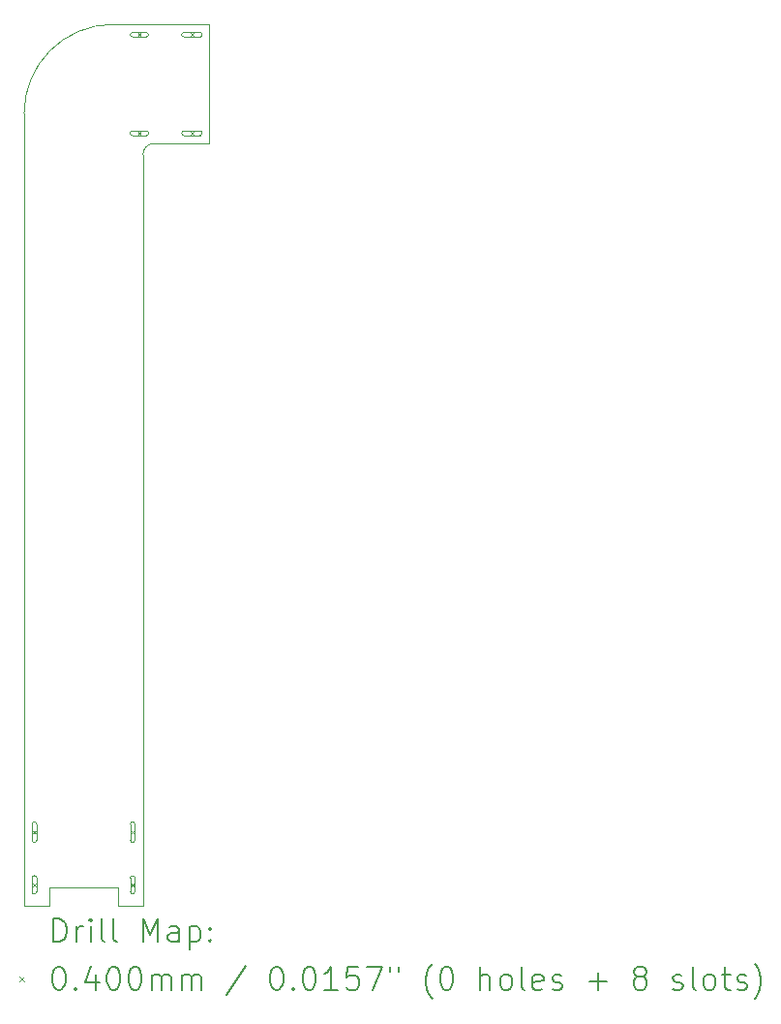
<source format=gbr>
%TF.GenerationSoftware,KiCad,Pcbnew,9.0.3*%
%TF.CreationDate,2025-08-12T18:06:55+03:00*%
%TF.ProjectId,USBC_extender,55534243-5f65-4787-9465-6e6465722e6b,rev?*%
%TF.SameCoordinates,Original*%
%TF.FileFunction,Drillmap*%
%TF.FilePolarity,Positive*%
%FSLAX45Y45*%
G04 Gerber Fmt 4.5, Leading zero omitted, Abs format (unit mm)*
G04 Created by KiCad (PCBNEW 9.0.3) date 2025-08-12 18:06:55*
%MOMM*%
%LPD*%
G01*
G04 APERTURE LIST*
%ADD10C,0.050000*%
%ADD11C,0.010000*%
%ADD12C,0.200000*%
%ADD13C,0.100000*%
G04 APERTURE END LIST*
D10*
X8207000Y-7480000D02*
X8207000Y-8520000D01*
X6591000Y-9387000D02*
X6591000Y-15183000D01*
X8207000Y-7480000D02*
X7371000Y-7480000D01*
X7631000Y-8620000D02*
G75*
G02*
X7731000Y-8520000I100000J0D01*
G01*
X7731000Y-8520000D02*
X8207000Y-8520000D01*
X6591000Y-8260000D02*
G75*
G02*
X7371000Y-7480000I780000J0D01*
G01*
X7631000Y-15183000D02*
X7631000Y-8620000D01*
X6591000Y-8260000D02*
X6591000Y-9387000D01*
D11*
X6591000Y-15183000D02*
X6811000Y-15183000D01*
X6811000Y-15020000D02*
X6811000Y-15183000D01*
X6811000Y-15020000D02*
X7411000Y-15020000D01*
X7411000Y-15020000D02*
X7411000Y-15183000D01*
X7411000Y-15183000D02*
X7631000Y-15183000D01*
D12*
D13*
X6661000Y-14520000D02*
X6701000Y-14560000D01*
X6701000Y-14520000D02*
X6661000Y-14560000D01*
X6661000Y-14470000D02*
X6661000Y-14610000D01*
X6701000Y-14610000D02*
G75*
G02*
X6661000Y-14610000I-20000J0D01*
G01*
X6701000Y-14610000D02*
X6701000Y-14470000D01*
X6701000Y-14470000D02*
G75*
G03*
X6661000Y-14470000I-20000J0D01*
G01*
X6661000Y-14980000D02*
X6701000Y-15020000D01*
X6701000Y-14980000D02*
X6661000Y-15020000D01*
X6661000Y-14940000D02*
X6661000Y-15060000D01*
X6701000Y-15060000D02*
G75*
G02*
X6661000Y-15060000I-20000J0D01*
G01*
X6701000Y-15060000D02*
X6701000Y-14940000D01*
X6701000Y-14940000D02*
G75*
G03*
X6661000Y-14940000I-20000J0D01*
G01*
X7521000Y-14520000D02*
X7561000Y-14560000D01*
X7561000Y-14520000D02*
X7521000Y-14560000D01*
X7521000Y-14470000D02*
X7521000Y-14610000D01*
X7561000Y-14610000D02*
G75*
G02*
X7521000Y-14610000I-20000J0D01*
G01*
X7561000Y-14610000D02*
X7561000Y-14470000D01*
X7561000Y-14470000D02*
G75*
G03*
X7521000Y-14470000I-20000J0D01*
G01*
X7521000Y-14980000D02*
X7561000Y-15020000D01*
X7561000Y-14980000D02*
X7521000Y-15020000D01*
X7521000Y-14940000D02*
X7521000Y-15060000D01*
X7561000Y-15060000D02*
G75*
G02*
X7521000Y-15060000I-20000J0D01*
G01*
X7561000Y-15060000D02*
X7561000Y-14940000D01*
X7561000Y-14940000D02*
G75*
G03*
X7521000Y-14940000I-20000J0D01*
G01*
X7580000Y-7550000D02*
X7620000Y-7590000D01*
X7620000Y-7550000D02*
X7580000Y-7590000D01*
X7660000Y-7550000D02*
X7540000Y-7550000D01*
X7540000Y-7590000D02*
G75*
G02*
X7540000Y-7550000I0J20000D01*
G01*
X7540000Y-7590000D02*
X7660000Y-7590000D01*
X7660000Y-7590000D02*
G75*
G03*
X7660000Y-7550000I0J20000D01*
G01*
X7580000Y-8410000D02*
X7620000Y-8450000D01*
X7620000Y-8410000D02*
X7580000Y-8450000D01*
X7660000Y-8410000D02*
X7540000Y-8410000D01*
X7540000Y-8450000D02*
G75*
G02*
X7540000Y-8410000I0J20000D01*
G01*
X7540000Y-8450000D02*
X7660000Y-8450000D01*
X7660000Y-8450000D02*
G75*
G03*
X7660000Y-8410000I0J20000D01*
G01*
X8040000Y-7550000D02*
X8080000Y-7590000D01*
X8080000Y-7550000D02*
X8040000Y-7590000D01*
X8130000Y-7550000D02*
X7990000Y-7550000D01*
X7990000Y-7590000D02*
G75*
G02*
X7990000Y-7550000I0J20000D01*
G01*
X7990000Y-7590000D02*
X8130000Y-7590000D01*
X8130000Y-7590000D02*
G75*
G03*
X8130000Y-7550000I0J20000D01*
G01*
X8040000Y-8410000D02*
X8080000Y-8450000D01*
X8080000Y-8410000D02*
X8040000Y-8450000D01*
X8130000Y-8410000D02*
X7990000Y-8410000D01*
X7990000Y-8450000D02*
G75*
G02*
X7990000Y-8410000I0J20000D01*
G01*
X7990000Y-8450000D02*
X8130000Y-8450000D01*
X8130000Y-8450000D02*
G75*
G03*
X8130000Y-8410000I0J20000D01*
G01*
D12*
X6849277Y-15496984D02*
X6849277Y-15296984D01*
X6849277Y-15296984D02*
X6896896Y-15296984D01*
X6896896Y-15296984D02*
X6925467Y-15306508D01*
X6925467Y-15306508D02*
X6944515Y-15325555D01*
X6944515Y-15325555D02*
X6954039Y-15344603D01*
X6954039Y-15344603D02*
X6963562Y-15382698D01*
X6963562Y-15382698D02*
X6963562Y-15411269D01*
X6963562Y-15411269D02*
X6954039Y-15449365D01*
X6954039Y-15449365D02*
X6944515Y-15468412D01*
X6944515Y-15468412D02*
X6925467Y-15487460D01*
X6925467Y-15487460D02*
X6896896Y-15496984D01*
X6896896Y-15496984D02*
X6849277Y-15496984D01*
X7049277Y-15496984D02*
X7049277Y-15363650D01*
X7049277Y-15401746D02*
X7058801Y-15382698D01*
X7058801Y-15382698D02*
X7068324Y-15373174D01*
X7068324Y-15373174D02*
X7087372Y-15363650D01*
X7087372Y-15363650D02*
X7106420Y-15363650D01*
X7173086Y-15496984D02*
X7173086Y-15363650D01*
X7173086Y-15296984D02*
X7163562Y-15306508D01*
X7163562Y-15306508D02*
X7173086Y-15316031D01*
X7173086Y-15316031D02*
X7182610Y-15306508D01*
X7182610Y-15306508D02*
X7173086Y-15296984D01*
X7173086Y-15296984D02*
X7173086Y-15316031D01*
X7296896Y-15496984D02*
X7277848Y-15487460D01*
X7277848Y-15487460D02*
X7268324Y-15468412D01*
X7268324Y-15468412D02*
X7268324Y-15296984D01*
X7401658Y-15496984D02*
X7382610Y-15487460D01*
X7382610Y-15487460D02*
X7373086Y-15468412D01*
X7373086Y-15468412D02*
X7373086Y-15296984D01*
X7630229Y-15496984D02*
X7630229Y-15296984D01*
X7630229Y-15296984D02*
X7696896Y-15439841D01*
X7696896Y-15439841D02*
X7763562Y-15296984D01*
X7763562Y-15296984D02*
X7763562Y-15496984D01*
X7944515Y-15496984D02*
X7944515Y-15392222D01*
X7944515Y-15392222D02*
X7934991Y-15373174D01*
X7934991Y-15373174D02*
X7915943Y-15363650D01*
X7915943Y-15363650D02*
X7877848Y-15363650D01*
X7877848Y-15363650D02*
X7858801Y-15373174D01*
X7944515Y-15487460D02*
X7925467Y-15496984D01*
X7925467Y-15496984D02*
X7877848Y-15496984D01*
X7877848Y-15496984D02*
X7858801Y-15487460D01*
X7858801Y-15487460D02*
X7849277Y-15468412D01*
X7849277Y-15468412D02*
X7849277Y-15449365D01*
X7849277Y-15449365D02*
X7858801Y-15430317D01*
X7858801Y-15430317D02*
X7877848Y-15420793D01*
X7877848Y-15420793D02*
X7925467Y-15420793D01*
X7925467Y-15420793D02*
X7944515Y-15411269D01*
X8039753Y-15363650D02*
X8039753Y-15563650D01*
X8039753Y-15373174D02*
X8058801Y-15363650D01*
X8058801Y-15363650D02*
X8096896Y-15363650D01*
X8096896Y-15363650D02*
X8115943Y-15373174D01*
X8115943Y-15373174D02*
X8125467Y-15382698D01*
X8125467Y-15382698D02*
X8134991Y-15401746D01*
X8134991Y-15401746D02*
X8134991Y-15458888D01*
X8134991Y-15458888D02*
X8125467Y-15477936D01*
X8125467Y-15477936D02*
X8115943Y-15487460D01*
X8115943Y-15487460D02*
X8096896Y-15496984D01*
X8096896Y-15496984D02*
X8058801Y-15496984D01*
X8058801Y-15496984D02*
X8039753Y-15487460D01*
X8220705Y-15477936D02*
X8230229Y-15487460D01*
X8230229Y-15487460D02*
X8220705Y-15496984D01*
X8220705Y-15496984D02*
X8211182Y-15487460D01*
X8211182Y-15487460D02*
X8220705Y-15477936D01*
X8220705Y-15477936D02*
X8220705Y-15496984D01*
X8220705Y-15373174D02*
X8230229Y-15382698D01*
X8230229Y-15382698D02*
X8220705Y-15392222D01*
X8220705Y-15392222D02*
X8211182Y-15382698D01*
X8211182Y-15382698D02*
X8220705Y-15373174D01*
X8220705Y-15373174D02*
X8220705Y-15392222D01*
D13*
X6548500Y-15805500D02*
X6588500Y-15845500D01*
X6588500Y-15805500D02*
X6548500Y-15845500D01*
D12*
X6887372Y-15716984D02*
X6906420Y-15716984D01*
X6906420Y-15716984D02*
X6925467Y-15726508D01*
X6925467Y-15726508D02*
X6934991Y-15736031D01*
X6934991Y-15736031D02*
X6944515Y-15755079D01*
X6944515Y-15755079D02*
X6954039Y-15793174D01*
X6954039Y-15793174D02*
X6954039Y-15840793D01*
X6954039Y-15840793D02*
X6944515Y-15878888D01*
X6944515Y-15878888D02*
X6934991Y-15897936D01*
X6934991Y-15897936D02*
X6925467Y-15907460D01*
X6925467Y-15907460D02*
X6906420Y-15916984D01*
X6906420Y-15916984D02*
X6887372Y-15916984D01*
X6887372Y-15916984D02*
X6868324Y-15907460D01*
X6868324Y-15907460D02*
X6858801Y-15897936D01*
X6858801Y-15897936D02*
X6849277Y-15878888D01*
X6849277Y-15878888D02*
X6839753Y-15840793D01*
X6839753Y-15840793D02*
X6839753Y-15793174D01*
X6839753Y-15793174D02*
X6849277Y-15755079D01*
X6849277Y-15755079D02*
X6858801Y-15736031D01*
X6858801Y-15736031D02*
X6868324Y-15726508D01*
X6868324Y-15726508D02*
X6887372Y-15716984D01*
X7039753Y-15897936D02*
X7049277Y-15907460D01*
X7049277Y-15907460D02*
X7039753Y-15916984D01*
X7039753Y-15916984D02*
X7030229Y-15907460D01*
X7030229Y-15907460D02*
X7039753Y-15897936D01*
X7039753Y-15897936D02*
X7039753Y-15916984D01*
X7220705Y-15783650D02*
X7220705Y-15916984D01*
X7173086Y-15707460D02*
X7125467Y-15850317D01*
X7125467Y-15850317D02*
X7249277Y-15850317D01*
X7363562Y-15716984D02*
X7382610Y-15716984D01*
X7382610Y-15716984D02*
X7401658Y-15726508D01*
X7401658Y-15726508D02*
X7411182Y-15736031D01*
X7411182Y-15736031D02*
X7420705Y-15755079D01*
X7420705Y-15755079D02*
X7430229Y-15793174D01*
X7430229Y-15793174D02*
X7430229Y-15840793D01*
X7430229Y-15840793D02*
X7420705Y-15878888D01*
X7420705Y-15878888D02*
X7411182Y-15897936D01*
X7411182Y-15897936D02*
X7401658Y-15907460D01*
X7401658Y-15907460D02*
X7382610Y-15916984D01*
X7382610Y-15916984D02*
X7363562Y-15916984D01*
X7363562Y-15916984D02*
X7344515Y-15907460D01*
X7344515Y-15907460D02*
X7334991Y-15897936D01*
X7334991Y-15897936D02*
X7325467Y-15878888D01*
X7325467Y-15878888D02*
X7315943Y-15840793D01*
X7315943Y-15840793D02*
X7315943Y-15793174D01*
X7315943Y-15793174D02*
X7325467Y-15755079D01*
X7325467Y-15755079D02*
X7334991Y-15736031D01*
X7334991Y-15736031D02*
X7344515Y-15726508D01*
X7344515Y-15726508D02*
X7363562Y-15716984D01*
X7554039Y-15716984D02*
X7573086Y-15716984D01*
X7573086Y-15716984D02*
X7592134Y-15726508D01*
X7592134Y-15726508D02*
X7601658Y-15736031D01*
X7601658Y-15736031D02*
X7611182Y-15755079D01*
X7611182Y-15755079D02*
X7620705Y-15793174D01*
X7620705Y-15793174D02*
X7620705Y-15840793D01*
X7620705Y-15840793D02*
X7611182Y-15878888D01*
X7611182Y-15878888D02*
X7601658Y-15897936D01*
X7601658Y-15897936D02*
X7592134Y-15907460D01*
X7592134Y-15907460D02*
X7573086Y-15916984D01*
X7573086Y-15916984D02*
X7554039Y-15916984D01*
X7554039Y-15916984D02*
X7534991Y-15907460D01*
X7534991Y-15907460D02*
X7525467Y-15897936D01*
X7525467Y-15897936D02*
X7515943Y-15878888D01*
X7515943Y-15878888D02*
X7506420Y-15840793D01*
X7506420Y-15840793D02*
X7506420Y-15793174D01*
X7506420Y-15793174D02*
X7515943Y-15755079D01*
X7515943Y-15755079D02*
X7525467Y-15736031D01*
X7525467Y-15736031D02*
X7534991Y-15726508D01*
X7534991Y-15726508D02*
X7554039Y-15716984D01*
X7706420Y-15916984D02*
X7706420Y-15783650D01*
X7706420Y-15802698D02*
X7715943Y-15793174D01*
X7715943Y-15793174D02*
X7734991Y-15783650D01*
X7734991Y-15783650D02*
X7763563Y-15783650D01*
X7763563Y-15783650D02*
X7782610Y-15793174D01*
X7782610Y-15793174D02*
X7792134Y-15812222D01*
X7792134Y-15812222D02*
X7792134Y-15916984D01*
X7792134Y-15812222D02*
X7801658Y-15793174D01*
X7801658Y-15793174D02*
X7820705Y-15783650D01*
X7820705Y-15783650D02*
X7849277Y-15783650D01*
X7849277Y-15783650D02*
X7868324Y-15793174D01*
X7868324Y-15793174D02*
X7877848Y-15812222D01*
X7877848Y-15812222D02*
X7877848Y-15916984D01*
X7973086Y-15916984D02*
X7973086Y-15783650D01*
X7973086Y-15802698D02*
X7982610Y-15793174D01*
X7982610Y-15793174D02*
X8001658Y-15783650D01*
X8001658Y-15783650D02*
X8030229Y-15783650D01*
X8030229Y-15783650D02*
X8049277Y-15793174D01*
X8049277Y-15793174D02*
X8058801Y-15812222D01*
X8058801Y-15812222D02*
X8058801Y-15916984D01*
X8058801Y-15812222D02*
X8068324Y-15793174D01*
X8068324Y-15793174D02*
X8087372Y-15783650D01*
X8087372Y-15783650D02*
X8115943Y-15783650D01*
X8115943Y-15783650D02*
X8134991Y-15793174D01*
X8134991Y-15793174D02*
X8144515Y-15812222D01*
X8144515Y-15812222D02*
X8144515Y-15916984D01*
X8534991Y-15707460D02*
X8363563Y-15964603D01*
X8792134Y-15716984D02*
X8811182Y-15716984D01*
X8811182Y-15716984D02*
X8830229Y-15726508D01*
X8830229Y-15726508D02*
X8839753Y-15736031D01*
X8839753Y-15736031D02*
X8849277Y-15755079D01*
X8849277Y-15755079D02*
X8858801Y-15793174D01*
X8858801Y-15793174D02*
X8858801Y-15840793D01*
X8858801Y-15840793D02*
X8849277Y-15878888D01*
X8849277Y-15878888D02*
X8839753Y-15897936D01*
X8839753Y-15897936D02*
X8830229Y-15907460D01*
X8830229Y-15907460D02*
X8811182Y-15916984D01*
X8811182Y-15916984D02*
X8792134Y-15916984D01*
X8792134Y-15916984D02*
X8773087Y-15907460D01*
X8773087Y-15907460D02*
X8763563Y-15897936D01*
X8763563Y-15897936D02*
X8754039Y-15878888D01*
X8754039Y-15878888D02*
X8744515Y-15840793D01*
X8744515Y-15840793D02*
X8744515Y-15793174D01*
X8744515Y-15793174D02*
X8754039Y-15755079D01*
X8754039Y-15755079D02*
X8763563Y-15736031D01*
X8763563Y-15736031D02*
X8773087Y-15726508D01*
X8773087Y-15726508D02*
X8792134Y-15716984D01*
X8944515Y-15897936D02*
X8954039Y-15907460D01*
X8954039Y-15907460D02*
X8944515Y-15916984D01*
X8944515Y-15916984D02*
X8934991Y-15907460D01*
X8934991Y-15907460D02*
X8944515Y-15897936D01*
X8944515Y-15897936D02*
X8944515Y-15916984D01*
X9077848Y-15716984D02*
X9096896Y-15716984D01*
X9096896Y-15716984D02*
X9115944Y-15726508D01*
X9115944Y-15726508D02*
X9125468Y-15736031D01*
X9125468Y-15736031D02*
X9134991Y-15755079D01*
X9134991Y-15755079D02*
X9144515Y-15793174D01*
X9144515Y-15793174D02*
X9144515Y-15840793D01*
X9144515Y-15840793D02*
X9134991Y-15878888D01*
X9134991Y-15878888D02*
X9125468Y-15897936D01*
X9125468Y-15897936D02*
X9115944Y-15907460D01*
X9115944Y-15907460D02*
X9096896Y-15916984D01*
X9096896Y-15916984D02*
X9077848Y-15916984D01*
X9077848Y-15916984D02*
X9058801Y-15907460D01*
X9058801Y-15907460D02*
X9049277Y-15897936D01*
X9049277Y-15897936D02*
X9039753Y-15878888D01*
X9039753Y-15878888D02*
X9030229Y-15840793D01*
X9030229Y-15840793D02*
X9030229Y-15793174D01*
X9030229Y-15793174D02*
X9039753Y-15755079D01*
X9039753Y-15755079D02*
X9049277Y-15736031D01*
X9049277Y-15736031D02*
X9058801Y-15726508D01*
X9058801Y-15726508D02*
X9077848Y-15716984D01*
X9334991Y-15916984D02*
X9220706Y-15916984D01*
X9277848Y-15916984D02*
X9277848Y-15716984D01*
X9277848Y-15716984D02*
X9258801Y-15745555D01*
X9258801Y-15745555D02*
X9239753Y-15764603D01*
X9239753Y-15764603D02*
X9220706Y-15774127D01*
X9515944Y-15716984D02*
X9420706Y-15716984D01*
X9420706Y-15716984D02*
X9411182Y-15812222D01*
X9411182Y-15812222D02*
X9420706Y-15802698D01*
X9420706Y-15802698D02*
X9439753Y-15793174D01*
X9439753Y-15793174D02*
X9487372Y-15793174D01*
X9487372Y-15793174D02*
X9506420Y-15802698D01*
X9506420Y-15802698D02*
X9515944Y-15812222D01*
X9515944Y-15812222D02*
X9525468Y-15831269D01*
X9525468Y-15831269D02*
X9525468Y-15878888D01*
X9525468Y-15878888D02*
X9515944Y-15897936D01*
X9515944Y-15897936D02*
X9506420Y-15907460D01*
X9506420Y-15907460D02*
X9487372Y-15916984D01*
X9487372Y-15916984D02*
X9439753Y-15916984D01*
X9439753Y-15916984D02*
X9420706Y-15907460D01*
X9420706Y-15907460D02*
X9411182Y-15897936D01*
X9592134Y-15716984D02*
X9725468Y-15716984D01*
X9725468Y-15716984D02*
X9639753Y-15916984D01*
X9792134Y-15716984D02*
X9792134Y-15755079D01*
X9868325Y-15716984D02*
X9868325Y-15755079D01*
X10163563Y-15993174D02*
X10154039Y-15983650D01*
X10154039Y-15983650D02*
X10134991Y-15955079D01*
X10134991Y-15955079D02*
X10125468Y-15936031D01*
X10125468Y-15936031D02*
X10115944Y-15907460D01*
X10115944Y-15907460D02*
X10106420Y-15859841D01*
X10106420Y-15859841D02*
X10106420Y-15821746D01*
X10106420Y-15821746D02*
X10115944Y-15774127D01*
X10115944Y-15774127D02*
X10125468Y-15745555D01*
X10125468Y-15745555D02*
X10134991Y-15726508D01*
X10134991Y-15726508D02*
X10154039Y-15697936D01*
X10154039Y-15697936D02*
X10163563Y-15688412D01*
X10277849Y-15716984D02*
X10296896Y-15716984D01*
X10296896Y-15716984D02*
X10315944Y-15726508D01*
X10315944Y-15726508D02*
X10325468Y-15736031D01*
X10325468Y-15736031D02*
X10334991Y-15755079D01*
X10334991Y-15755079D02*
X10344515Y-15793174D01*
X10344515Y-15793174D02*
X10344515Y-15840793D01*
X10344515Y-15840793D02*
X10334991Y-15878888D01*
X10334991Y-15878888D02*
X10325468Y-15897936D01*
X10325468Y-15897936D02*
X10315944Y-15907460D01*
X10315944Y-15907460D02*
X10296896Y-15916984D01*
X10296896Y-15916984D02*
X10277849Y-15916984D01*
X10277849Y-15916984D02*
X10258801Y-15907460D01*
X10258801Y-15907460D02*
X10249277Y-15897936D01*
X10249277Y-15897936D02*
X10239753Y-15878888D01*
X10239753Y-15878888D02*
X10230230Y-15840793D01*
X10230230Y-15840793D02*
X10230230Y-15793174D01*
X10230230Y-15793174D02*
X10239753Y-15755079D01*
X10239753Y-15755079D02*
X10249277Y-15736031D01*
X10249277Y-15736031D02*
X10258801Y-15726508D01*
X10258801Y-15726508D02*
X10277849Y-15716984D01*
X10582611Y-15916984D02*
X10582611Y-15716984D01*
X10668325Y-15916984D02*
X10668325Y-15812222D01*
X10668325Y-15812222D02*
X10658801Y-15793174D01*
X10658801Y-15793174D02*
X10639753Y-15783650D01*
X10639753Y-15783650D02*
X10611182Y-15783650D01*
X10611182Y-15783650D02*
X10592134Y-15793174D01*
X10592134Y-15793174D02*
X10582611Y-15802698D01*
X10792134Y-15916984D02*
X10773087Y-15907460D01*
X10773087Y-15907460D02*
X10763563Y-15897936D01*
X10763563Y-15897936D02*
X10754039Y-15878888D01*
X10754039Y-15878888D02*
X10754039Y-15821746D01*
X10754039Y-15821746D02*
X10763563Y-15802698D01*
X10763563Y-15802698D02*
X10773087Y-15793174D01*
X10773087Y-15793174D02*
X10792134Y-15783650D01*
X10792134Y-15783650D02*
X10820706Y-15783650D01*
X10820706Y-15783650D02*
X10839753Y-15793174D01*
X10839753Y-15793174D02*
X10849277Y-15802698D01*
X10849277Y-15802698D02*
X10858801Y-15821746D01*
X10858801Y-15821746D02*
X10858801Y-15878888D01*
X10858801Y-15878888D02*
X10849277Y-15897936D01*
X10849277Y-15897936D02*
X10839753Y-15907460D01*
X10839753Y-15907460D02*
X10820706Y-15916984D01*
X10820706Y-15916984D02*
X10792134Y-15916984D01*
X10973087Y-15916984D02*
X10954039Y-15907460D01*
X10954039Y-15907460D02*
X10944515Y-15888412D01*
X10944515Y-15888412D02*
X10944515Y-15716984D01*
X11125468Y-15907460D02*
X11106420Y-15916984D01*
X11106420Y-15916984D02*
X11068325Y-15916984D01*
X11068325Y-15916984D02*
X11049277Y-15907460D01*
X11049277Y-15907460D02*
X11039753Y-15888412D01*
X11039753Y-15888412D02*
X11039753Y-15812222D01*
X11039753Y-15812222D02*
X11049277Y-15793174D01*
X11049277Y-15793174D02*
X11068325Y-15783650D01*
X11068325Y-15783650D02*
X11106420Y-15783650D01*
X11106420Y-15783650D02*
X11125468Y-15793174D01*
X11125468Y-15793174D02*
X11134992Y-15812222D01*
X11134992Y-15812222D02*
X11134992Y-15831269D01*
X11134992Y-15831269D02*
X11039753Y-15850317D01*
X11211182Y-15907460D02*
X11230230Y-15916984D01*
X11230230Y-15916984D02*
X11268325Y-15916984D01*
X11268325Y-15916984D02*
X11287372Y-15907460D01*
X11287372Y-15907460D02*
X11296896Y-15888412D01*
X11296896Y-15888412D02*
X11296896Y-15878888D01*
X11296896Y-15878888D02*
X11287372Y-15859841D01*
X11287372Y-15859841D02*
X11268325Y-15850317D01*
X11268325Y-15850317D02*
X11239753Y-15850317D01*
X11239753Y-15850317D02*
X11220706Y-15840793D01*
X11220706Y-15840793D02*
X11211182Y-15821746D01*
X11211182Y-15821746D02*
X11211182Y-15812222D01*
X11211182Y-15812222D02*
X11220706Y-15793174D01*
X11220706Y-15793174D02*
X11239753Y-15783650D01*
X11239753Y-15783650D02*
X11268325Y-15783650D01*
X11268325Y-15783650D02*
X11287372Y-15793174D01*
X11534992Y-15840793D02*
X11687373Y-15840793D01*
X11611182Y-15916984D02*
X11611182Y-15764603D01*
X11963563Y-15802698D02*
X11944515Y-15793174D01*
X11944515Y-15793174D02*
X11934992Y-15783650D01*
X11934992Y-15783650D02*
X11925468Y-15764603D01*
X11925468Y-15764603D02*
X11925468Y-15755079D01*
X11925468Y-15755079D02*
X11934992Y-15736031D01*
X11934992Y-15736031D02*
X11944515Y-15726508D01*
X11944515Y-15726508D02*
X11963563Y-15716984D01*
X11963563Y-15716984D02*
X12001658Y-15716984D01*
X12001658Y-15716984D02*
X12020706Y-15726508D01*
X12020706Y-15726508D02*
X12030230Y-15736031D01*
X12030230Y-15736031D02*
X12039753Y-15755079D01*
X12039753Y-15755079D02*
X12039753Y-15764603D01*
X12039753Y-15764603D02*
X12030230Y-15783650D01*
X12030230Y-15783650D02*
X12020706Y-15793174D01*
X12020706Y-15793174D02*
X12001658Y-15802698D01*
X12001658Y-15802698D02*
X11963563Y-15802698D01*
X11963563Y-15802698D02*
X11944515Y-15812222D01*
X11944515Y-15812222D02*
X11934992Y-15821746D01*
X11934992Y-15821746D02*
X11925468Y-15840793D01*
X11925468Y-15840793D02*
X11925468Y-15878888D01*
X11925468Y-15878888D02*
X11934992Y-15897936D01*
X11934992Y-15897936D02*
X11944515Y-15907460D01*
X11944515Y-15907460D02*
X11963563Y-15916984D01*
X11963563Y-15916984D02*
X12001658Y-15916984D01*
X12001658Y-15916984D02*
X12020706Y-15907460D01*
X12020706Y-15907460D02*
X12030230Y-15897936D01*
X12030230Y-15897936D02*
X12039753Y-15878888D01*
X12039753Y-15878888D02*
X12039753Y-15840793D01*
X12039753Y-15840793D02*
X12030230Y-15821746D01*
X12030230Y-15821746D02*
X12020706Y-15812222D01*
X12020706Y-15812222D02*
X12001658Y-15802698D01*
X12268325Y-15907460D02*
X12287373Y-15916984D01*
X12287373Y-15916984D02*
X12325468Y-15916984D01*
X12325468Y-15916984D02*
X12344515Y-15907460D01*
X12344515Y-15907460D02*
X12354039Y-15888412D01*
X12354039Y-15888412D02*
X12354039Y-15878888D01*
X12354039Y-15878888D02*
X12344515Y-15859841D01*
X12344515Y-15859841D02*
X12325468Y-15850317D01*
X12325468Y-15850317D02*
X12296896Y-15850317D01*
X12296896Y-15850317D02*
X12277849Y-15840793D01*
X12277849Y-15840793D02*
X12268325Y-15821746D01*
X12268325Y-15821746D02*
X12268325Y-15812222D01*
X12268325Y-15812222D02*
X12277849Y-15793174D01*
X12277849Y-15793174D02*
X12296896Y-15783650D01*
X12296896Y-15783650D02*
X12325468Y-15783650D01*
X12325468Y-15783650D02*
X12344515Y-15793174D01*
X12468325Y-15916984D02*
X12449277Y-15907460D01*
X12449277Y-15907460D02*
X12439754Y-15888412D01*
X12439754Y-15888412D02*
X12439754Y-15716984D01*
X12573087Y-15916984D02*
X12554039Y-15907460D01*
X12554039Y-15907460D02*
X12544515Y-15897936D01*
X12544515Y-15897936D02*
X12534992Y-15878888D01*
X12534992Y-15878888D02*
X12534992Y-15821746D01*
X12534992Y-15821746D02*
X12544515Y-15802698D01*
X12544515Y-15802698D02*
X12554039Y-15793174D01*
X12554039Y-15793174D02*
X12573087Y-15783650D01*
X12573087Y-15783650D02*
X12601658Y-15783650D01*
X12601658Y-15783650D02*
X12620706Y-15793174D01*
X12620706Y-15793174D02*
X12630230Y-15802698D01*
X12630230Y-15802698D02*
X12639754Y-15821746D01*
X12639754Y-15821746D02*
X12639754Y-15878888D01*
X12639754Y-15878888D02*
X12630230Y-15897936D01*
X12630230Y-15897936D02*
X12620706Y-15907460D01*
X12620706Y-15907460D02*
X12601658Y-15916984D01*
X12601658Y-15916984D02*
X12573087Y-15916984D01*
X12696896Y-15783650D02*
X12773087Y-15783650D01*
X12725468Y-15716984D02*
X12725468Y-15888412D01*
X12725468Y-15888412D02*
X12734992Y-15907460D01*
X12734992Y-15907460D02*
X12754039Y-15916984D01*
X12754039Y-15916984D02*
X12773087Y-15916984D01*
X12830230Y-15907460D02*
X12849277Y-15916984D01*
X12849277Y-15916984D02*
X12887373Y-15916984D01*
X12887373Y-15916984D02*
X12906420Y-15907460D01*
X12906420Y-15907460D02*
X12915944Y-15888412D01*
X12915944Y-15888412D02*
X12915944Y-15878888D01*
X12915944Y-15878888D02*
X12906420Y-15859841D01*
X12906420Y-15859841D02*
X12887373Y-15850317D01*
X12887373Y-15850317D02*
X12858801Y-15850317D01*
X12858801Y-15850317D02*
X12839754Y-15840793D01*
X12839754Y-15840793D02*
X12830230Y-15821746D01*
X12830230Y-15821746D02*
X12830230Y-15812222D01*
X12830230Y-15812222D02*
X12839754Y-15793174D01*
X12839754Y-15793174D02*
X12858801Y-15783650D01*
X12858801Y-15783650D02*
X12887373Y-15783650D01*
X12887373Y-15783650D02*
X12906420Y-15793174D01*
X12982611Y-15993174D02*
X12992135Y-15983650D01*
X12992135Y-15983650D02*
X13011182Y-15955079D01*
X13011182Y-15955079D02*
X13020706Y-15936031D01*
X13020706Y-15936031D02*
X13030230Y-15907460D01*
X13030230Y-15907460D02*
X13039754Y-15859841D01*
X13039754Y-15859841D02*
X13039754Y-15821746D01*
X13039754Y-15821746D02*
X13030230Y-15774127D01*
X13030230Y-15774127D02*
X13020706Y-15745555D01*
X13020706Y-15745555D02*
X13011182Y-15726508D01*
X13011182Y-15726508D02*
X12992135Y-15697936D01*
X12992135Y-15697936D02*
X12982611Y-15688412D01*
M02*

</source>
